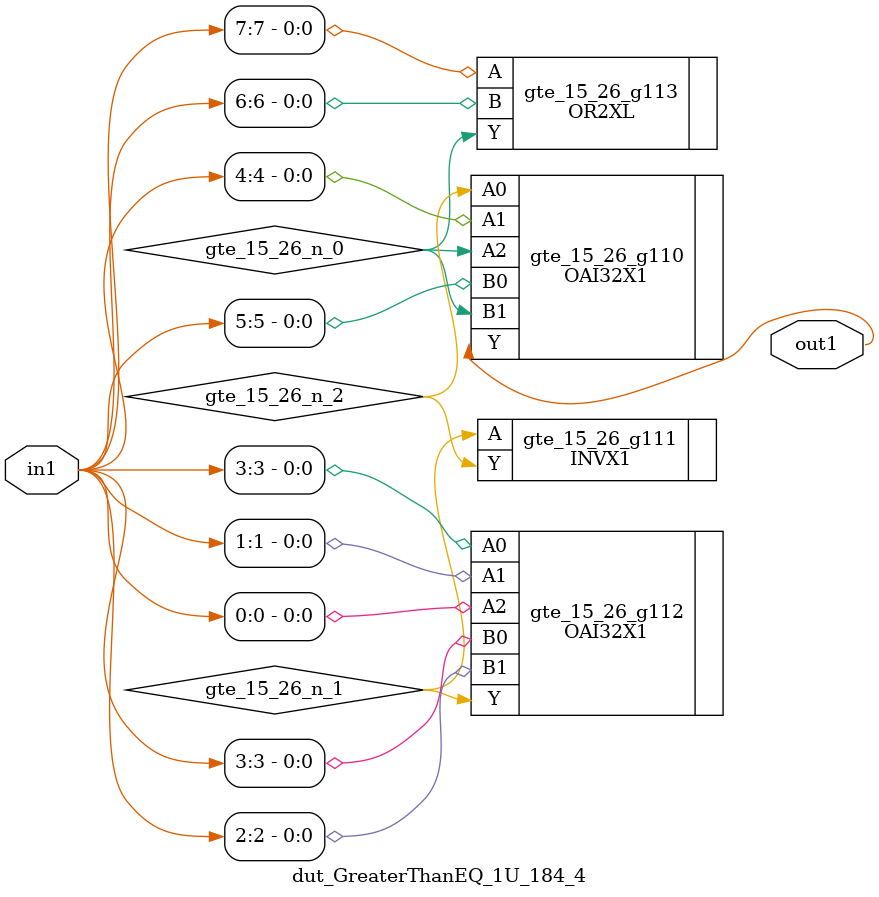
<source format=v>
`timescale 1ps / 1ps


module dut_GreaterThanEQ_1U_184_4(in1, out1);
  input [7:0] in1;
  output out1;
  wire [7:0] in1;
  wire out1;
  wire gte_15_26_n_0, gte_15_26_n_1, gte_15_26_n_2;
  OAI32X1 gte_15_26_g110(.A0 (gte_15_26_n_2), .A1 (in1[4]), .A2
       (gte_15_26_n_0), .B0 (in1[5]), .B1 (gte_15_26_n_0), .Y (out1));
  INVX1 gte_15_26_g111(.A (gte_15_26_n_1), .Y (gte_15_26_n_2));
  OAI32X1 gte_15_26_g112(.A0 (in1[3]), .A1 (in1[1]), .A2 (in1[0]), .B0
       (in1[3]), .B1 (in1[2]), .Y (gte_15_26_n_1));
  OR2XL gte_15_26_g113(.A (in1[7]), .B (in1[6]), .Y (gte_15_26_n_0));
endmodule



</source>
